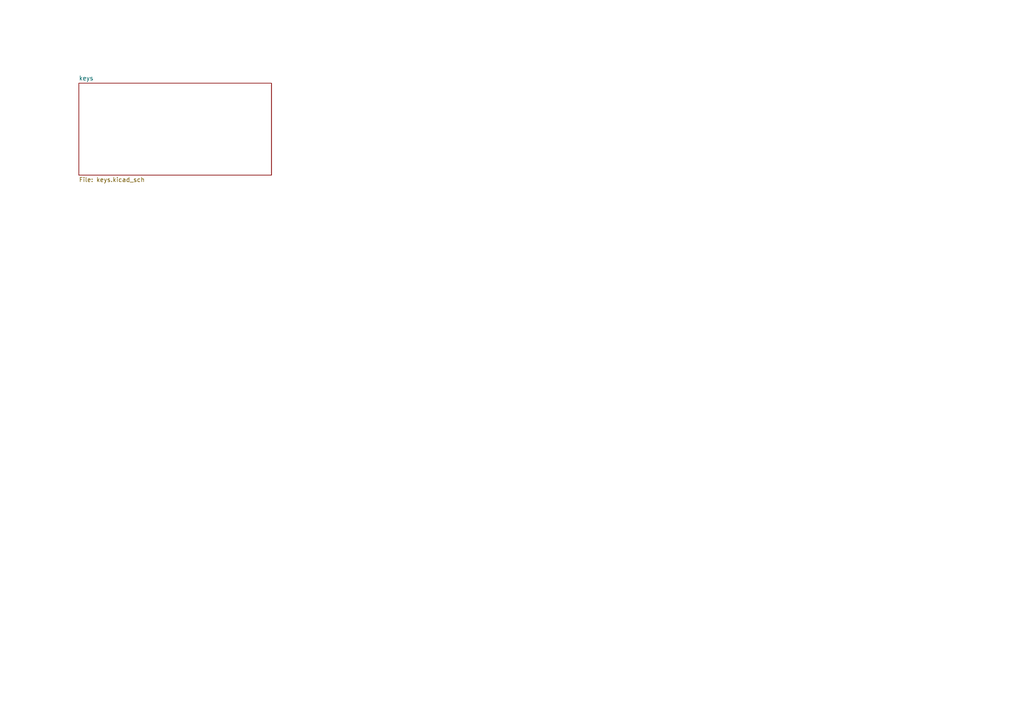
<source format=kicad_sch>
(kicad_sch
	(version 20250114)
	(generator "eeschema")
	(generator_version "9.0")
	(uuid "26c09c64-8b19-490b-bd64-f1085ef54896")
	(paper "A4")
	(lib_symbols)
	(sheet
		(at 22.86 24.13)
		(size 55.88 26.67)
		(exclude_from_sim no)
		(in_bom yes)
		(on_board yes)
		(dnp no)
		(fields_autoplaced yes)
		(stroke
			(width 0.1524)
			(type solid)
		)
		(fill
			(color 0 0 0 0.0000)
		)
		(uuid "60f6c3bc-58ef-403a-a4f1-b0d026be7b6d")
		(property "Sheetname" "keys"
			(at 22.86 23.4184 0)
			(effects
				(font
					(size 1.27 1.27)
				)
				(justify left bottom)
			)
		)
		(property "Sheetfile" "keys.kicad_sch"
			(at 22.86 51.3846 0)
			(effects
				(font
					(size 1.27 1.27)
				)
				(justify left top)
			)
		)
		(instances
			(project "project"
				(path "/26c09c64-8b19-490b-bd64-f1085ef54896"
					(page "2")
				)
			)
		)
	)
	(sheet_instances
		(path "/"
			(page "1")
		)
	)
	(embedded_fonts no)
)

</source>
